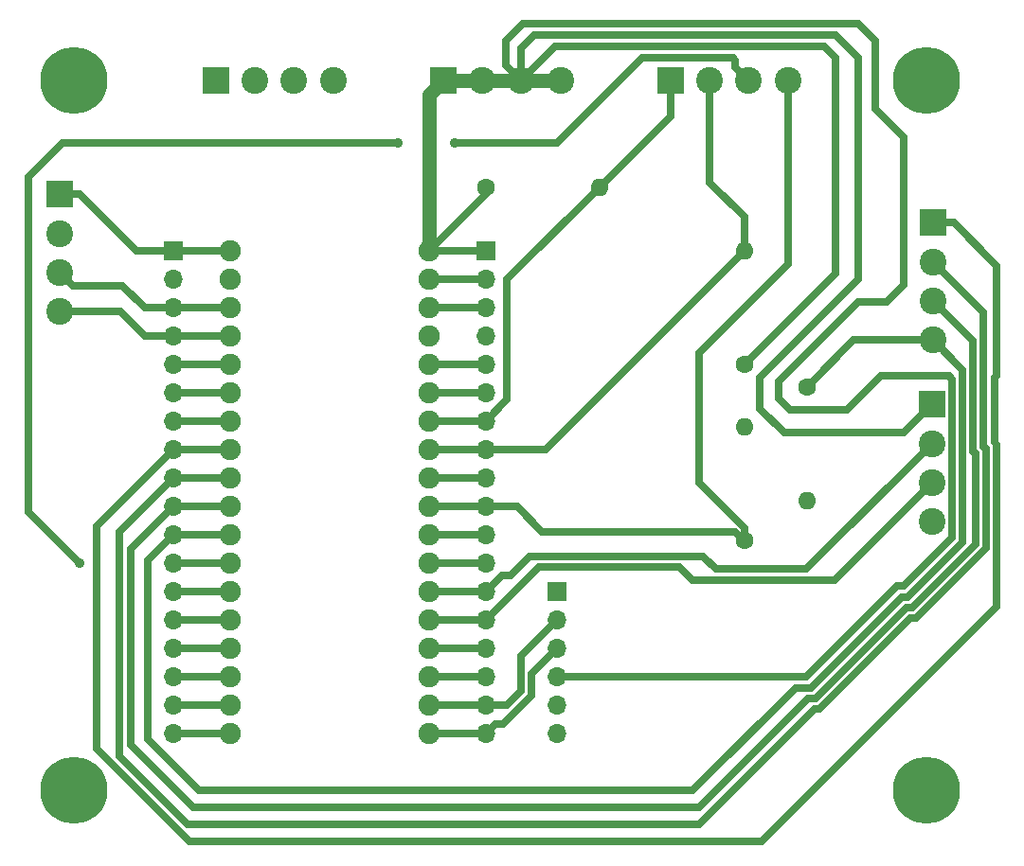
<source format=gbr>
G04 #@! TF.GenerationSoftware,KiCad,Pcbnew,(5.0.0-rc2-dev-179-gab3780148)*
G04 #@! TF.CreationDate,2018-03-14T15:03:31-05:00*
G04 #@! TF.ProjectId,weather_station,776561746865725F73746174696F6E2E,rev?*
G04 #@! TF.SameCoordinates,Original*
G04 #@! TF.FileFunction,Copper,L2,Bot,Signal*
G04 #@! TF.FilePolarity,Positive*
%FSLAX46Y46*%
G04 Gerber Fmt 4.6, Leading zero omitted, Abs format (unit mm)*
G04 Created by KiCad (PCBNEW (5.0.0-rc2-dev-179-gab3780148)) date 03/14/18 15:03:31*
%MOMM*%
%LPD*%
G01*
G04 APERTURE LIST*
%ADD10R,1.700000X1.700000*%
%ADD11O,1.700000X1.700000*%
%ADD12R,2.400000X2.400000*%
%ADD13C,2.400000*%
%ADD14C,6.000000*%
%ADD15C,1.600000*%
%ADD16O,1.600000X1.600000*%
%ADD17C,1.900000*%
%ADD18C,0.889000*%
%ADD19C,0.635000*%
%ADD20C,1.270000*%
G04 APERTURE END LIST*
D10*
X87630000Y-66040000D03*
D11*
X87630000Y-68580000D03*
X87630000Y-71120000D03*
X87630000Y-73660000D03*
X87630000Y-76200000D03*
X87630000Y-78740000D03*
X87630000Y-81280000D03*
X87630000Y-83820000D03*
X87630000Y-86360000D03*
X87630000Y-88900000D03*
X87630000Y-91440000D03*
X87630000Y-93980000D03*
X87630000Y-96520000D03*
X87630000Y-99060000D03*
X87630000Y-101600000D03*
X87630000Y-104140000D03*
X87630000Y-106680000D03*
X87630000Y-109220000D03*
D12*
X127635000Y-63500000D03*
D13*
X127635000Y-67000000D03*
X127635000Y-70500000D03*
X127635000Y-74000000D03*
D12*
X49530000Y-60960000D03*
D13*
X49530000Y-64460000D03*
X49530000Y-67960000D03*
X49530000Y-71460000D03*
D10*
X59690000Y-66040000D03*
D11*
X59690000Y-68580000D03*
X59690000Y-71120000D03*
X59690000Y-73660000D03*
X59690000Y-76200000D03*
X59690000Y-78740000D03*
X59690000Y-81280000D03*
X59690000Y-83820000D03*
X59690000Y-86360000D03*
X59690000Y-88900000D03*
X59690000Y-91440000D03*
X59690000Y-93980000D03*
X59690000Y-96520000D03*
X59690000Y-99060000D03*
X59690000Y-101600000D03*
X59690000Y-104140000D03*
X59690000Y-106680000D03*
X59690000Y-109220000D03*
D12*
X63500000Y-50800000D03*
D13*
X67000000Y-50800000D03*
X70500000Y-50800000D03*
X74000000Y-50800000D03*
D12*
X83820000Y-50800000D03*
D13*
X87320000Y-50800000D03*
X90820000Y-50800000D03*
X94320000Y-50800000D03*
D12*
X104140000Y-50800000D03*
D13*
X107640000Y-50800000D03*
X111140000Y-50800000D03*
X114640000Y-50800000D03*
D14*
X127000000Y-114300000D03*
X50800000Y-114300000D03*
X50800000Y-50800000D03*
X127000000Y-50800000D03*
D15*
X116332000Y-78232000D03*
D16*
X116332000Y-88392000D03*
D15*
X110744000Y-91948000D03*
D16*
X110744000Y-81788000D03*
D15*
X110744000Y-76200000D03*
D16*
X110744000Y-66040000D03*
D15*
X87630000Y-60325000D03*
D16*
X97790000Y-60325000D03*
D10*
X93980000Y-96520000D03*
D11*
X93980000Y-99060000D03*
X93980000Y-101600000D03*
X93980000Y-104140000D03*
X93980000Y-106680000D03*
X93980000Y-109220000D03*
D17*
X64770000Y-66040000D03*
X64770000Y-68580000D03*
X64770000Y-71120000D03*
X64770000Y-73660000D03*
X64770000Y-76200000D03*
X64770000Y-78740000D03*
X64770000Y-81280000D03*
X64770000Y-83820000D03*
X64770000Y-86360000D03*
X64770000Y-88900000D03*
X64770000Y-91440000D03*
X64770000Y-93980000D03*
X64770000Y-96520000D03*
X64770000Y-99060000D03*
X64770000Y-101600000D03*
X64770000Y-104140000D03*
X64770000Y-106680000D03*
X64770000Y-109220000D03*
X82550000Y-66040000D03*
X82550000Y-68580000D03*
X82550000Y-71120000D03*
X82550000Y-73660000D03*
X82550000Y-76200000D03*
X82550000Y-78740000D03*
X82550000Y-81280000D03*
X82550000Y-83820000D03*
X82550000Y-86360000D03*
X82550000Y-88900000D03*
X82550000Y-91440000D03*
X82550000Y-93980000D03*
X82550000Y-96520000D03*
X82550000Y-99060000D03*
X82550000Y-101600000D03*
X82550000Y-104140000D03*
X82550000Y-106680000D03*
X82550000Y-109220000D03*
D12*
X127508000Y-79756000D03*
D13*
X127508000Y-83256000D03*
X127508000Y-86756000D03*
X127508000Y-90256000D03*
D18*
X51308000Y-93980000D03*
X79756000Y-56388000D03*
X84836000Y-56388000D03*
D19*
X52832000Y-90678000D02*
X59690000Y-83820000D01*
X129470000Y-63500000D02*
X133299242Y-67329242D01*
X52832000Y-110549092D02*
X52832000Y-90678000D01*
X133299242Y-77182871D02*
X133096000Y-77386113D01*
X127635000Y-63500000D02*
X129470000Y-63500000D01*
X133299242Y-67329242D02*
X133299242Y-77182871D01*
X133096000Y-77386113D02*
X133096000Y-83141887D01*
X133096000Y-83141887D02*
X133299242Y-83345129D01*
X133299242Y-83345129D02*
X133299242Y-97840758D01*
X133299242Y-97840758D02*
X112268000Y-118872000D01*
X112268000Y-118872000D02*
X61154908Y-118872000D01*
X61154908Y-118872000D02*
X52832000Y-110549092D01*
X59690000Y-83820000D02*
X64770000Y-83820000D01*
X55880000Y-92710000D02*
X59690000Y-88900000D01*
X106680000Y-115824000D02*
X61468000Y-115824000D01*
X61468000Y-115824000D02*
X55880000Y-110236000D01*
X131216378Y-83920451D02*
X131419620Y-84123693D01*
X117110564Y-106019622D02*
X116484378Y-106019622D01*
X131216378Y-74081378D02*
X131216378Y-83920451D01*
X116484378Y-106019622D02*
X106680000Y-115824000D01*
X131419620Y-92218565D02*
X125746564Y-97891622D01*
X125238564Y-97891622D02*
X117110564Y-106019622D01*
X127635000Y-70500000D02*
X131216378Y-74081378D01*
X55880000Y-110236000D02*
X55880000Y-92710000D01*
X125746564Y-97891622D02*
X125238564Y-97891622D01*
X131419620Y-84123693D02*
X131419620Y-92218565D01*
X59690000Y-88900000D02*
X64770000Y-88900000D01*
X57404000Y-109728000D02*
X57404000Y-93726000D01*
X61976000Y-114300000D02*
X57404000Y-109728000D01*
X106161006Y-114300000D02*
X61976000Y-114300000D01*
X125357282Y-96951811D02*
X124849282Y-96951811D01*
X130270112Y-92038981D02*
X125357282Y-96951811D01*
X124849282Y-96951811D02*
X116721282Y-105079811D01*
X115381195Y-105079811D02*
X106161006Y-114300000D01*
X57404000Y-93726000D02*
X59690000Y-91440000D01*
X116721282Y-105079811D02*
X115381195Y-105079811D01*
X127635000Y-74000000D02*
X130270112Y-76635112D01*
X130270112Y-76635112D02*
X130270112Y-92038981D01*
X127635000Y-74000000D02*
X120564000Y-74000000D01*
X120564000Y-74000000D02*
X116332000Y-78232000D01*
X64770000Y-91440000D02*
X59690000Y-91440000D01*
X49530000Y-60960000D02*
X51365000Y-60960000D01*
X51365000Y-60960000D02*
X56445000Y-66040000D01*
X56445000Y-66040000D02*
X59690000Y-66040000D01*
X64770000Y-66040000D02*
X59690000Y-66040000D01*
X55189999Y-69159999D02*
X57150000Y-71120000D01*
X57150000Y-71120000D02*
X59690000Y-71120000D01*
X49530000Y-67960000D02*
X50729999Y-69159999D01*
X50729999Y-69159999D02*
X55189999Y-69159999D01*
X64770000Y-71120000D02*
X59690000Y-71120000D01*
X54950000Y-71460000D02*
X57150000Y-73660000D01*
X57150000Y-73660000D02*
X59690000Y-73660000D01*
X49530000Y-71460000D02*
X54950000Y-71460000D01*
X59690000Y-73660000D02*
X64770000Y-73660000D01*
X64770000Y-76200000D02*
X59690000Y-76200000D01*
X59690000Y-78740000D02*
X64770000Y-78740000D01*
X64770000Y-81280000D02*
X59690000Y-81280000D01*
X64770000Y-96520000D02*
X59690000Y-96520000D01*
X59690000Y-99060000D02*
X64770000Y-99060000D01*
X64770000Y-101600000D02*
X59690000Y-101600000D01*
X64770000Y-104140000D02*
X59690000Y-104140000D01*
X59690000Y-106680000D02*
X64770000Y-106680000D01*
X64770000Y-109220000D02*
X59690000Y-109220000D01*
X124968000Y-96012000D02*
X129330301Y-91649699D01*
X93980000Y-104140000D02*
X116321006Y-104140000D01*
X122936000Y-77216000D02*
X119888000Y-80264000D01*
X89408000Y-47244000D02*
X89408000Y-49388000D01*
X119888000Y-80264000D02*
X114808000Y-80264000D01*
X129330301Y-77514301D02*
X129032000Y-77216000D01*
X116321006Y-104140000D02*
X124449006Y-96012000D01*
X114808000Y-80264000D02*
X113792000Y-79248000D01*
X124449006Y-96012000D02*
X124968000Y-96012000D01*
X124968000Y-55880000D02*
X122428000Y-53340000D01*
X129330301Y-91649699D02*
X129330301Y-77514301D01*
X129032000Y-77216000D02*
X122936000Y-77216000D01*
X124968000Y-69088000D02*
X124968000Y-55880000D01*
X113792000Y-79248000D02*
X113792000Y-77724000D01*
X113792000Y-77724000D02*
X120904000Y-70612000D01*
X120904000Y-70612000D02*
X123444000Y-70612000D01*
X123444000Y-70612000D02*
X124968000Y-69088000D01*
X122428000Y-53340000D02*
X122428000Y-47244000D01*
X122428000Y-47244000D02*
X120904000Y-45720000D01*
X120904000Y-45720000D02*
X90932000Y-45720000D01*
X90932000Y-45720000D02*
X89408000Y-47244000D01*
X89408000Y-49388000D02*
X90820000Y-50800000D01*
X127508000Y-79756000D02*
X124968000Y-82296000D01*
X124968000Y-82296000D02*
X114300000Y-82296000D01*
X114300000Y-82296000D02*
X112166301Y-80162301D01*
X112166301Y-80162301D02*
X112166301Y-77317699D01*
X120904000Y-68580000D02*
X120904000Y-48768000D01*
X112166301Y-77317699D02*
X120904000Y-68580000D01*
X120904000Y-48768000D02*
X118872000Y-46736000D01*
X118872000Y-46736000D02*
X91948000Y-46736000D01*
X91948000Y-46736000D02*
X90820000Y-47864000D01*
X90820000Y-47864000D02*
X90820000Y-50800000D01*
X110744000Y-76200000D02*
X118872000Y-68072000D01*
X118872000Y-68072000D02*
X118872000Y-48768000D01*
X118872000Y-48768000D02*
X117856000Y-47752000D01*
X117856000Y-47752000D02*
X93868000Y-47752000D01*
X93868000Y-47752000D02*
X90820000Y-50800000D01*
X82550000Y-66040000D02*
X87630000Y-60960000D01*
X87630000Y-60960000D02*
X87630000Y-60325000D01*
D20*
X90820000Y-50800000D02*
X94320000Y-50800000D01*
X87320000Y-50800000D02*
X90820000Y-50800000D01*
X83820000Y-50800000D02*
X87320000Y-50800000D01*
X82550000Y-66040000D02*
X82550000Y-52070000D01*
X82550000Y-52070000D02*
X83820000Y-50800000D01*
D19*
X87630000Y-51110000D02*
X87320000Y-50800000D01*
X87630000Y-66040000D02*
X82550000Y-66040000D01*
X82550000Y-68580000D02*
X87630000Y-68580000D01*
X87630000Y-71120000D02*
X82550000Y-71120000D01*
X82550000Y-76200000D02*
X87630000Y-76200000D01*
X87630000Y-78740000D02*
X82550000Y-78740000D01*
X87630000Y-81220908D02*
X87630000Y-81280000D01*
X89535000Y-68580000D02*
X89535000Y-79315908D01*
X89535000Y-79315908D02*
X87630000Y-81220908D01*
X97790000Y-60325000D02*
X89535000Y-68580000D01*
X104140000Y-50800000D02*
X104140000Y-53975000D01*
X104140000Y-53975000D02*
X97790000Y-60325000D01*
X82550000Y-81280000D02*
X87630000Y-81280000D01*
X110744000Y-66040000D02*
X92964000Y-83820000D01*
X92964000Y-83820000D02*
X87630000Y-83820000D01*
X110744000Y-62992000D02*
X107640000Y-59888000D01*
X107640000Y-59888000D02*
X107640000Y-50800000D01*
X110744000Y-66040000D02*
X110744000Y-62992000D01*
X87630000Y-83820000D02*
X82550000Y-83820000D01*
X82550000Y-86360000D02*
X87630000Y-86360000D01*
X106680000Y-75184000D02*
X114640000Y-67224000D01*
X114640000Y-67224000D02*
X114640000Y-50800000D01*
X106680000Y-86752630D02*
X106680000Y-75184000D01*
X110744000Y-91948000D02*
X110744000Y-90816630D01*
X110744000Y-90816630D02*
X106680000Y-86752630D01*
X92672001Y-91148001D02*
X90424000Y-88900000D01*
X90424000Y-88900000D02*
X87630000Y-88900000D01*
X110744000Y-91948000D02*
X109944001Y-91148001D01*
X109944001Y-91148001D02*
X92672001Y-91148001D01*
X87630000Y-88900000D02*
X82550000Y-88900000D01*
X87630000Y-91440000D02*
X82550000Y-91440000D01*
X82550000Y-93980000D02*
X87630000Y-93980000D01*
X87630000Y-96520000D02*
X89102301Y-95047699D01*
X89102301Y-95047699D02*
X89864301Y-95047699D01*
X89864301Y-95047699D02*
X91541699Y-93370301D01*
X91541699Y-93370301D02*
X107086301Y-93370301D01*
X107086301Y-93370301D02*
X108204000Y-94488000D01*
X108204000Y-94488000D02*
X116276000Y-94488000D01*
X116276000Y-94488000D02*
X127508000Y-83256000D01*
X87630000Y-96520000D02*
X82550000Y-96520000D01*
X104978111Y-94310111D02*
X106095810Y-95427810D01*
X118836190Y-95427810D02*
X127508000Y-86756000D01*
X106095810Y-95427810D02*
X118836190Y-95427810D01*
X87630000Y-99060000D02*
X92379889Y-94310111D01*
X92379889Y-94310111D02*
X104978111Y-94310111D01*
X82550000Y-99060000D02*
X87630000Y-99060000D01*
X87630000Y-101600000D02*
X82550000Y-101600000D01*
X82550000Y-104140000D02*
X87630000Y-104140000D01*
X90805000Y-105410000D02*
X89535000Y-106680000D01*
X89535000Y-106680000D02*
X87630000Y-106680000D01*
X90805000Y-102235000D02*
X90805000Y-105410000D01*
X93980000Y-99060000D02*
X90805000Y-102235000D01*
X87630000Y-106680000D02*
X82550000Y-106680000D01*
X91744810Y-105799282D02*
X91744810Y-103835190D01*
X91744810Y-103835190D02*
X93980000Y-101600000D01*
X87630000Y-109220000D02*
X88479999Y-108370001D01*
X88479999Y-108370001D02*
X89174091Y-108370001D01*
X89174091Y-108370001D02*
X91744810Y-105799282D01*
X82550000Y-109220000D02*
X87630000Y-109220000D01*
X117499846Y-106959433D02*
X125627846Y-98831433D01*
X132156189Y-71521189D02*
X127635000Y-67000000D01*
X132156189Y-83531169D02*
X132156189Y-71521189D01*
X117068567Y-106959433D02*
X117499846Y-106959433D01*
X132359431Y-83734411D02*
X132156189Y-83531169D01*
X126135846Y-98831433D02*
X132359431Y-92607847D01*
X125627846Y-98831433D02*
X126135846Y-98831433D01*
X59690000Y-86360000D02*
X54864000Y-91186000D01*
X106680000Y-117348000D02*
X117068567Y-106959433D01*
X54864000Y-111252000D02*
X60960000Y-117348000D01*
X132359431Y-92607847D02*
X132359431Y-83734411D01*
X60960000Y-117348000D02*
X106680000Y-117348000D01*
X54864000Y-91186000D02*
X54864000Y-111252000D01*
X64770000Y-86360000D02*
X59690000Y-86360000D01*
X46736000Y-89408000D02*
X51308000Y-93980000D01*
X46736000Y-59436000D02*
X46736000Y-89408000D01*
X49784000Y-56388000D02*
X46736000Y-59436000D01*
X79756000Y-56388000D02*
X49784000Y-56388000D01*
X93980000Y-56388000D02*
X84836000Y-56388000D01*
X101600000Y-48768000D02*
X93980000Y-56388000D01*
X109728000Y-48768000D02*
X101600000Y-48768000D01*
X109940001Y-48980001D02*
X109728000Y-48768000D01*
X111140000Y-50800000D02*
X109940001Y-49600001D01*
X109940001Y-49600001D02*
X109940001Y-48980001D01*
X59690000Y-93980000D02*
X64770000Y-93980000D01*
M02*

</source>
